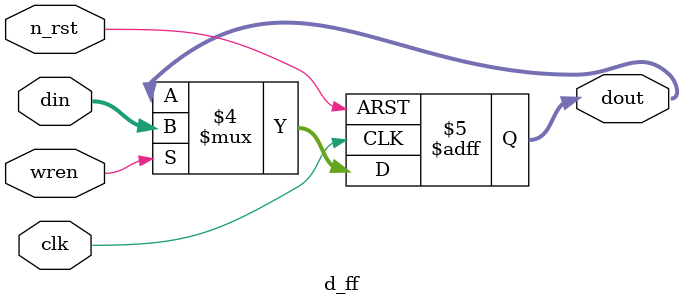
<source format=v>
module d_ff(
    clk,
    n_rst,
    wren,
    din,
    dout
);

input clk;
input n_rst;
input wren;
input [7:0] din;

output reg [7:0] dout;

always @(posedge clk or negedge n_rst) begin
    if(!n_rst) begin
        dout <= 7'h00;
    end
    else begin
        dout <= (wren == 1'b1) ? din : dout;
    end
end

endmodule
</source>
